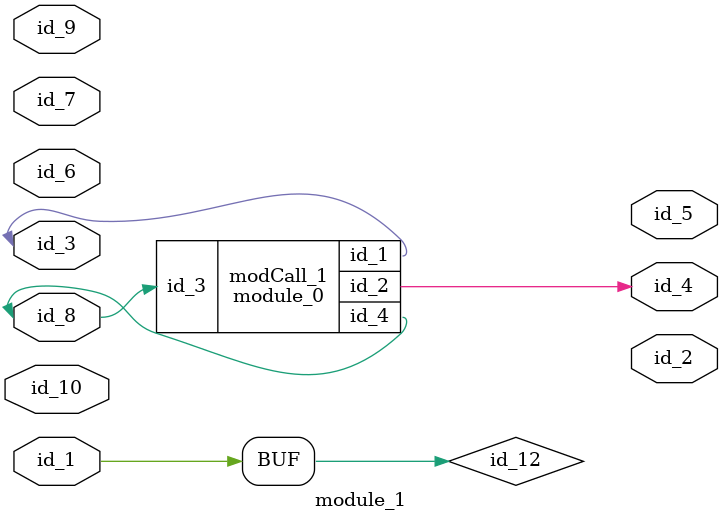
<source format=v>
module module_0 (
    id_1,
    id_2,
    id_3,
    id_4
);
  inout wire id_4;
  input wire id_3;
  output wire id_2;
  inout wire id_1;
  wire id_5;
  assign id_1[1] = 1;
endmodule
module module_1 (
    id_1,
    id_2,
    id_3,
    id_4,
    id_5,
    id_6,
    id_7,
    id_8,
    id_9,
    id_10
);
  inout wire id_10;
  input wire id_9;
  inout wire id_8;
  inout wire id_7;
  input wire id_6;
  output wire id_5;
  output wire id_4;
  inout wire id_3;
  output wire id_2;
  inout wire id_1;
  wire id_11;
  wire id_12;
  assign id_12 = id_1;
  module_0 modCall_1 (
      id_3,
      id_4,
      id_8,
      id_8
  );
endmodule

</source>
